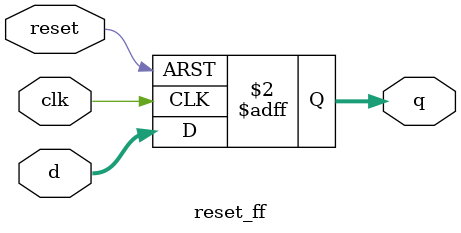
<source format=v>
module reset_ff (
  input             clk, reset,
  input      [31:0] d,
  output reg [31:0] q
);

// async active high reset dff

always @(posedge clk or posedge reset)
  if (reset) q <= 32'b0;
  else        q <= d;

endmodule

</source>
